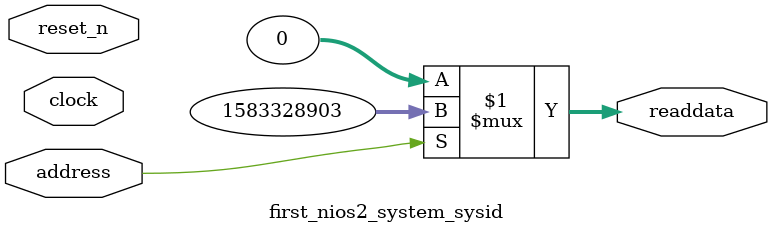
<source format=v>



// synthesis translate_off
`timescale 1ns / 1ps
// synthesis translate_on

// turn off superfluous verilog processor warnings 
// altera message_level Level1 
// altera message_off 10034 10035 10036 10037 10230 10240 10030 

module first_nios2_system_sysid (
               // inputs:
                address,
                clock,
                reset_n,

               // outputs:
                readdata
             )
;

  output  [ 31: 0] readdata;
  input            address;
  input            clock;
  input            reset_n;

  wire    [ 31: 0] readdata;
  //control_slave, which is an e_avalon_slave
  assign readdata = address ? 1583328903 : 0;

endmodule



</source>
